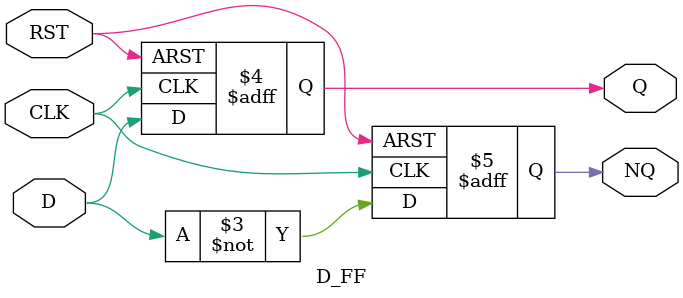
<source format=v>
module D_FF(
    input       D,
    input       CLK,
    input       RST, // asynchronous reset
    output  reg Q,
    output  reg NQ
);

    always @(posedge CLK or negedge RST) begin
        if (!RST) begin
            Q <= 0;
            NQ <= 1;
        end else begin
            Q <= D;
            NQ <= ~D;
        end
    end

endmodule // D_FF
</source>
